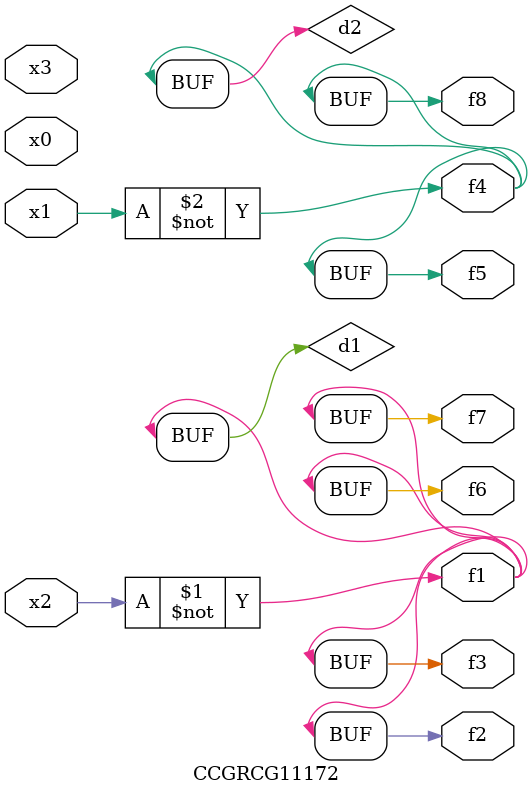
<source format=v>
module CCGRCG11172(
	input x0, x1, x2, x3,
	output f1, f2, f3, f4, f5, f6, f7, f8
);

	wire d1, d2;

	xnor (d1, x2);
	not (d2, x1);
	assign f1 = d1;
	assign f2 = d1;
	assign f3 = d1;
	assign f4 = d2;
	assign f5 = d2;
	assign f6 = d1;
	assign f7 = d1;
	assign f8 = d2;
endmodule

</source>
